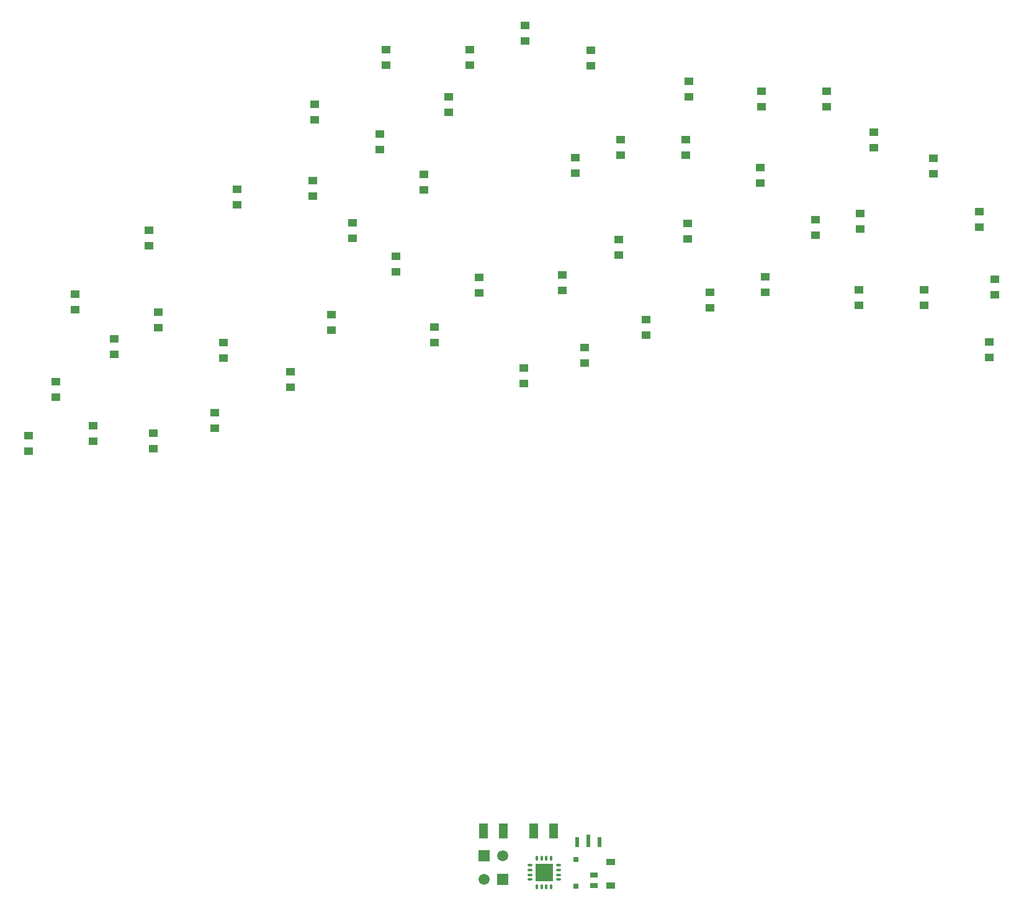
<source format=gbr>
%TF.GenerationSoftware,Altium Limited,Altium Designer,20.0.14 (345)*%
G04 Layer_Color=255*
%FSLAX45Y45*%
%MOMM*%
%TF.FileFunction,Pads,Top*%
%TF.Part,Single*%
G01*
G75*
%TA.AperFunction,SMDPad,CuDef*%
%ADD11R,0.75000X0.65000*%
%ADD12R,1.25000X2.00000*%
%ADD13R,1.15000X0.85000*%
%ADD14R,1.00000X0.70000*%
%ADD15R,0.60000X1.40000*%
%ADD16R,0.60000X1.80000*%
%ADD17R,2.40000X2.40000*%
%ADD18O,0.30000X0.70000*%
%ADD19O,0.70000X0.30000*%
%ADD20R,1.20000X1.10000*%
%TA.AperFunction,ComponentPad*%
%ADD23R,1.50000X1.50000*%
%ADD24C,1.50000*%
D11*
X10668000Y4933100D02*
D03*
Y5303100D02*
D03*
D12*
X9400200Y5689600D02*
D03*
X9675200D02*
D03*
X10088200D02*
D03*
X10363200D02*
D03*
D13*
X11137900Y4945400D02*
D03*
Y5265400D02*
D03*
D14*
X10909300Y5086500D02*
D03*
Y4946500D02*
D03*
D15*
X10985500Y5537200D02*
D03*
X10685500D02*
D03*
D16*
X10835500Y5557200D02*
D03*
D17*
X10229100Y5122600D02*
D03*
D18*
X10131600Y5317600D02*
D03*
X10196600D02*
D03*
X10261600D02*
D03*
X10326600D02*
D03*
Y4927600D02*
D03*
X10261600D02*
D03*
X10196600D02*
D03*
X10131600D02*
D03*
D19*
X10424100Y5220100D02*
D03*
Y5155100D02*
D03*
Y5090100D02*
D03*
Y5025100D02*
D03*
X10034100D02*
D03*
Y5090100D02*
D03*
Y5155100D02*
D03*
Y5220100D02*
D03*
D20*
X9956800Y12004900D02*
D03*
Y11794900D02*
D03*
X8737600Y12563700D02*
D03*
Y12353700D02*
D03*
X7329000Y12728800D02*
D03*
Y12518800D02*
D03*
X8586300Y14646500D02*
D03*
Y14436501D02*
D03*
X7988300Y15192599D02*
D03*
Y14982600D02*
D03*
X7075000Y14557600D02*
D03*
Y14347600D02*
D03*
X9347200Y13236800D02*
D03*
Y13026801D02*
D03*
X8205300Y13528900D02*
D03*
Y13318900D02*
D03*
X7620000Y13982700D02*
D03*
Y13772701D02*
D03*
X8928100Y15700600D02*
D03*
Y15490601D02*
D03*
X8077200Y16348300D02*
D03*
Y16138300D02*
D03*
X7099300Y15599001D02*
D03*
Y15389000D02*
D03*
X6769100Y11954100D02*
D03*
Y11744100D02*
D03*
X6045200Y14443300D02*
D03*
Y14233299D02*
D03*
X5740400Y11395300D02*
D03*
Y11185300D02*
D03*
X5854700Y12347800D02*
D03*
Y12137800D02*
D03*
X4902200Y11115900D02*
D03*
Y10905900D02*
D03*
X4838700Y13884500D02*
D03*
Y13674500D02*
D03*
X9220200Y16348300D02*
D03*
Y16138300D02*
D03*
X4076700Y11217500D02*
D03*
Y11007500D02*
D03*
X4965700Y12766900D02*
D03*
Y12556900D02*
D03*
X4368800Y12398600D02*
D03*
Y12188600D02*
D03*
X3835400Y13008200D02*
D03*
Y12798200D02*
D03*
X16306799Y12360500D02*
D03*
Y12150500D02*
D03*
X15417799Y13071700D02*
D03*
Y12861700D02*
D03*
X14528799Y13071700D02*
D03*
Y12861700D02*
D03*
X14732001Y15217999D02*
D03*
Y15008000D02*
D03*
X13182600Y14735400D02*
D03*
Y14525400D02*
D03*
X13246100Y13249500D02*
D03*
Y13039500D02*
D03*
X16383000Y13211400D02*
D03*
Y13001401D02*
D03*
X16167101Y14138499D02*
D03*
Y13928500D02*
D03*
X15544800Y14862399D02*
D03*
Y14652400D02*
D03*
X14541499Y14113100D02*
D03*
Y13903101D02*
D03*
X14084300Y15776801D02*
D03*
Y15566800D02*
D03*
X13195300Y15776801D02*
D03*
Y15566800D02*
D03*
X13931900Y14024200D02*
D03*
Y13814200D02*
D03*
X12496800Y13033600D02*
D03*
Y12823599D02*
D03*
X11620500Y12665300D02*
D03*
Y12455300D02*
D03*
X10782300Y12284300D02*
D03*
Y12074300D02*
D03*
X12166600Y15116400D02*
D03*
Y14906400D02*
D03*
X11277600Y15116400D02*
D03*
Y14906400D02*
D03*
X10655300Y14875101D02*
D03*
Y14665100D02*
D03*
X12192000Y13973399D02*
D03*
Y13763400D02*
D03*
X11252200Y13757500D02*
D03*
Y13547501D02*
D03*
X10477500Y13274899D02*
D03*
Y13064900D02*
D03*
X12204700Y15916499D02*
D03*
Y15706500D02*
D03*
X10871200Y16335600D02*
D03*
Y16125600D02*
D03*
X9969500Y16678500D02*
D03*
Y16468500D02*
D03*
X3200400Y11077800D02*
D03*
Y10867800D02*
D03*
X3568700Y11814400D02*
D03*
Y11604400D02*
D03*
D23*
X9410700Y5346700D02*
D03*
X9664700Y5029200D02*
D03*
D24*
Y5346700D02*
D03*
X9410700Y5029200D02*
D03*
%TF.MD5,ec7201bdb23ef3b71976b614fc082df0*%
M02*

</source>
